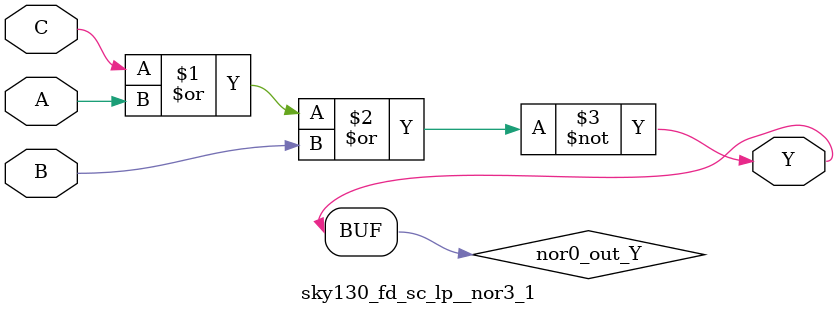
<source format=v>
/*
 * Copyright 2020 The SkyWater PDK Authors
 *
 * Licensed under the Apache License, Version 2.0 (the "License");
 * you may not use this file except in compliance with the License.
 * You may obtain a copy of the License at
 *
 *     https://www.apache.org/licenses/LICENSE-2.0
 *
 * Unless required by applicable law or agreed to in writing, software
 * distributed under the License is distributed on an "AS IS" BASIS,
 * WITHOUT WARRANTIES OR CONDITIONS OF ANY KIND, either express or implied.
 * See the License for the specific language governing permissions and
 * limitations under the License.
 *
 * SPDX-License-Identifier: Apache-2.0
*/


`ifndef SKY130_FD_SC_LP__NOR3_1_FUNCTIONAL_V
`define SKY130_FD_SC_LP__NOR3_1_FUNCTIONAL_V

/**
 * nor3: 3-input NOR.
 *
 *       Y = !(A | B | C | !D)
 *
 * Verilog simulation functional model.
 */

`timescale 1ns / 1ps
`default_nettype none

`celldefine
module sky130_fd_sc_lp__nor3_1 (
    Y,
    A,
    B,
    C
);

    // Module ports
    output Y;
    input  A;
    input  B;
    input  C;

    // Local signals
    wire nor0_out_Y;

    //  Name  Output      Other arguments
    nor nor0 (nor0_out_Y, C, A, B        );
    buf buf0 (Y         , nor0_out_Y     );

endmodule
`endcelldefine

`default_nettype wire
`endif  // SKY130_FD_SC_LP__NOR3_1_FUNCTIONAL_V

</source>
